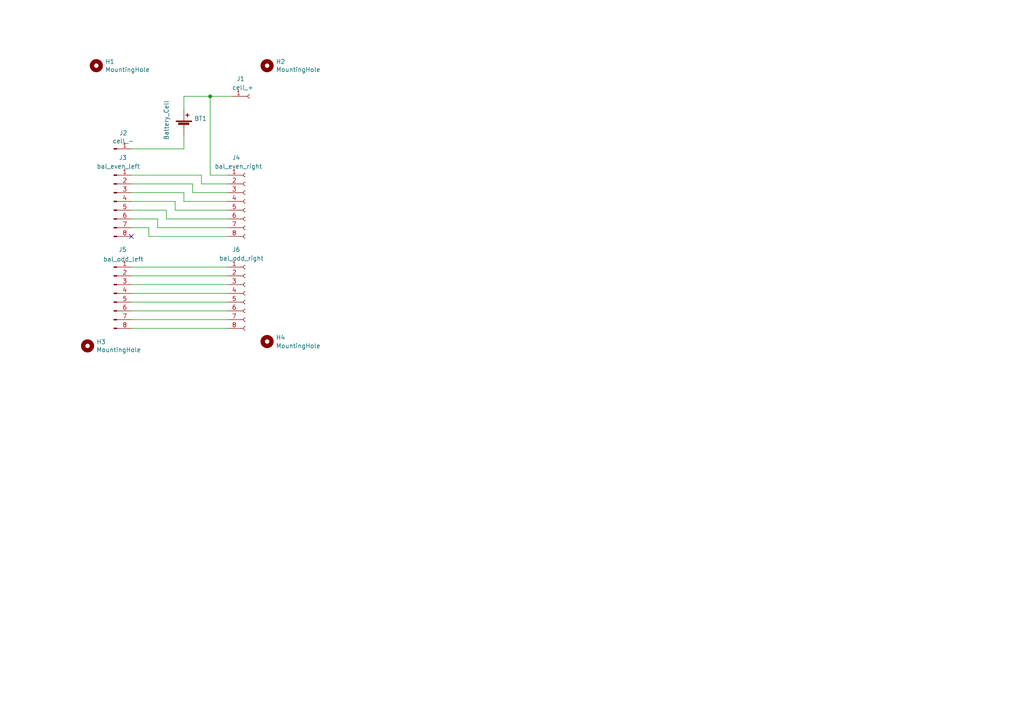
<source format=kicad_sch>
(kicad_sch (version 20230121) (generator eeschema)
  (paper "A4")
  (lib_symbols
    (symbol "Connector:Conn_01x01_Pin" (pin_names (offset 1.016) hide)
      (property "Reference" "J" (at 0 2.54 0))
      (property "Value" "Conn_01x01_Pin" (at 0 -2.54 0))
      (symbol "Conn_01x01_Pin_1_1"
        (polyline (pts (xy 1.27 0) (xy 0.8636 0)) (stroke (width 0.1524)))
        (rectangle (start 0.8636 0.127) (end 0 -0.127) (stroke (width 0.1524)) (fill (type outline)))
        (pin passive line (at 5.08 0 180) (length 3.81) (name "Pin_1") (number "1"))
      )
    )
    (symbol "Connector:Conn_01x01_Socket" (pin_names (offset 1.016) hide)
      (property "Reference" "J" (at 0 2.54 0))
      (property "Value" "Conn_01x01_Socket" (at 0 -2.54 0))
      (symbol "Conn_01x01_Socket_1_1"
        (polyline (pts (xy -1.27 0) (xy -0.508 0)) (stroke (width 0.1524)))
        (arc (start 0 0.508) (mid -0.5058 0) (end 0 -0.508) (stroke (width 0.1524)))
        (pin passive line (at -5.08 0 0) (length 3.81) (name "Pin_1") (number "1"))
      )
    )
    (symbol "Connector:Conn_01x08_Pin" (pin_names (offset 1.016) hide)
      (property "Reference" "J" (at 0 10.16 0))
      (property "Value" "Conn_01x08_Pin" (at 0 -12.7 0))
      (symbol "Conn_01x08_Pin_1_1"
        (polyline (pts (xy 1.27 -10.16) (xy 0.8636 -10.16)) (stroke (width 0.1524)))
        (polyline (pts (xy 1.27 -7.62) (xy 0.8636 -7.62)) (stroke (width 0.1524)))
        (polyline (pts (xy 1.27 -5.08) (xy 0.8636 -5.08)) (stroke (width 0.1524)))
        (polyline (pts (xy 1.27 -2.54) (xy 0.8636 -2.54)) (stroke (width 0.1524)))
        (polyline (pts (xy 1.27 0) (xy 0.8636 0)) (stroke (width 0.1524)))
        (polyline (pts (xy 1.27 2.54) (xy 0.8636 2.54)) (stroke (width 0.1524)))
        (polyline (pts (xy 1.27 5.08) (xy 0.8636 5.08)) (stroke (width 0.1524)))
        (polyline (pts (xy 1.27 7.62) (xy 0.8636 7.62)) (stroke (width 0.1524)))
        (rectangle (start 0.8636 -10.033) (end 0 -10.287) (stroke (width 0.1524)) (fill (type outline)))
        (rectangle (start 0.8636 -7.493) (end 0 -7.747) (stroke (width 0.1524)) (fill (type outline)))
        (rectangle (start 0.8636 -4.953) (end 0 -5.207) (stroke (width 0.1524)) (fill (type outline)))
        (rectangle (start 0.8636 -2.413) (end 0 -2.667) (stroke (width 0.1524)) (fill (type outline)))
        (rectangle (start 0.8636 0.127) (end 0 -0.127) (stroke (width 0.1524)) (fill (type outline)))
        (rectangle (start 0.8636 2.667) (end 0 2.413) (stroke (width 0.1524)) (fill (type outline)))
        (rectangle (start 0.8636 5.207) (end 0 4.953) (stroke (width 0.1524)) (fill (type outline)))
        (rectangle (start 0.8636 7.747) (end 0 7.493) (stroke (width 0.1524)) (fill (type outline)))
        (pin passive line (at 5.08 7.62 180) (length 3.81) (name "Pin_1") (number "1"))
        (pin passive line (at 5.08 5.08 180) (length 3.81) (name "Pin_2") (number "2"))
        (pin passive line (at 5.08 2.54 180) (length 3.81) (name "Pin_3") (number "3"))
        (pin passive line (at 5.08 0 180) (length 3.81) (name "Pin_4") (number "4"))
        (pin passive line (at 5.08 -2.54 180) (length 3.81) (name "Pin_5") (number "5"))
        (pin passive line (at 5.08 -5.08 180) (length 3.81) (name "Pin_6") (number "6"))
        (pin passive line (at 5.08 -7.62 180) (length 3.81) (name "Pin_7") (number "7"))
        (pin passive line (at 5.08 -10.16 180) (length 3.81) (name "Pin_8") (number "8"))
      )
    )
    (symbol "Connector:Conn_01x08_Socket" (pin_names (offset 1.016) hide)
      (property "Reference" "J" (at 0 10.16 0))
      (property "Value" "Conn_01x08_Socket" (at 0 -12.7 0))
      (symbol "Conn_01x08_Socket_1_1"
        (arc (start 0 -9.652) (mid -0.5058 -10.16) (end 0 -10.668) (stroke (width 0.1524)))
        (arc (start 0 -7.112) (mid -0.5058 -7.62) (end 0 -8.128) (stroke (width 0.1524)))
        (arc (start 0 -4.572) (mid -0.5058 -5.08) (end 0 -5.588) (stroke (width 0.1524)))
        (arc (start 0 -2.032) (mid -0.5058 -2.54) (end 0 -3.048) (stroke (width 0.1524)))
        (polyline (pts (xy -1.27 -10.16) (xy -0.508 -10.16)) (stroke (width 0.1524)))
        (polyline (pts (xy -1.27 -7.62) (xy -0.508 -7.62)) (stroke (width 0.1524)))
        (polyline (pts (xy -1.27 -5.08) (xy -0.508 -5.08)) (stroke (width 0.1524)))
        (polyline (pts (xy -1.27 -2.54) (xy -0.508 -2.54)) (stroke (width 0.1524)))
        (polyline (pts (xy -1.27 0) (xy -0.508 0)) (stroke (width 0.1524)))
        (polyline (pts (xy -1.27 2.54) (xy -0.508 2.54)) (stroke (width 0.1524)))
        (polyline (pts (xy -1.27 5.08) (xy -0.508 5.08)) (stroke (width 0.1524)))
        (polyline (pts (xy -1.27 7.62) (xy -0.508 7.62)) (stroke (width 0.1524)))
        (arc (start 0 0.508) (mid -0.5058 0) (end 0 -0.508) (stroke (width 0.1524)))
        (arc (start 0 3.048) (mid -0.5058 2.54) (end 0 2.032) (stroke (width 0.1524)))
        (arc (start 0 5.588) (mid -0.5058 5.08) (end 0 4.572) (stroke (width 0.1524)))
        (arc (start 0 8.128) (mid -0.5058 7.62) (end 0 7.112) (stroke (width 0.1524)))
        (pin passive line (at -5.08 7.62 0) (length 3.81) (name "Pin_1") (number "1"))
        (pin passive line (at -5.08 5.08 0) (length 3.81) (name "Pin_2") (number "2"))
        (pin passive line (at -5.08 2.54 0) (length 3.81) (name "Pin_3") (number "3"))
        (pin passive line (at -5.08 0 0) (length 3.81) (name "Pin_4") (number "4"))
        (pin passive line (at -5.08 -2.54 0) (length 3.81) (name "Pin_5") (number "5"))
        (pin passive line (at -5.08 -5.08 0) (length 3.81) (name "Pin_6") (number "6"))
        (pin passive line (at -5.08 -7.62 0) (length 3.81) (name "Pin_7") (number "7"))
        (pin passive line (at -5.08 -10.16 0) (length 3.81) (name "Pin_8") (number "8"))
      )
    )
    (symbol "Device:Battery_Cell" (pin_numbers hide) (pin_names (offset 0) hide)
      (property "Reference" "BT" (at 2.54 2.54 0))
      (property "Value" "Battery_Cell" (at 2.54 0 0))
      (symbol "Battery_Cell_0_1"
        (rectangle (start -2.286 1.778) (end 2.286 1.524) (fill (type outline)))
        (rectangle (start -1.5748 1.1938) (end 1.4732 0.6858) (fill (type outline)))
        (polyline (pts (xy 0 0.762) (xy 0 0)))
        (polyline (pts (xy 0 1.778) (xy 0 2.54)))
        (polyline (pts (xy 0.508 3.429) (xy 1.524 3.429)) (stroke (width 0.254)))
        (polyline (pts (xy 1.016 3.937) (xy 1.016 2.921)) (stroke (width 0.254)))
      )
      (symbol "Battery_Cell_1_1"
        (pin passive line (at 0 5.08 270) (length 2.54) (name "+") (number "1"))
        (pin passive line (at 0 -2.54 90) (length 2.54) (name "-") (number "2"))
      )
    )
    (symbol "Mechanical:MountingHole" (pin_names (offset 1.016))
      (property "Reference" "H" (at 0 5.08 0))
      (property "Value" "MountingHole" (at 0 3.175 0))
      (symbol "MountingHole_0_1"
        (circle (center 0 0) (radius 1.27) (stroke (width 1.27)))
      )
    )
  )
  (junction (at 60.96 27.94))
  (no_connect (at 38.1 68.58))
  (wire (pts (xy 38.1 55.88) (xy 53.34 55.88)))
  (wire (pts (xy 48.26 63.5) (xy 66.04 63.5)))
  (wire (pts (xy 43.18 68.58) (xy 66.04 68.58)))
  (wire (pts (xy 53.34 55.88) (xy 53.34 58.42)))
  (wire (pts (xy 53.34 58.42) (xy 66.04 58.42)))
  (wire (pts (xy 38.1 85.09) (xy 66.04 85.09)))
  (wire (pts (xy 38.1 92.71) (xy 66.04 92.71)))
  (wire (pts (xy 48.26 60.96) (xy 48.26 63.5)))
  (wire (pts (xy 38.1 90.17) (xy 66.04 90.17)))
  (wire (pts (xy 38.1 82.55) (xy 66.04 82.55)))
  (wire (pts (xy 38.1 66.04) (xy 43.18 66.04)))
  (wire (pts (xy 58.42 50.8) (xy 58.42 53.34)))
  (wire (pts (xy 38.1 53.34) (xy 55.88 53.34)))
  (wire (pts (xy 66.04 50.8) (xy 60.96 50.8)))
  (wire (pts (xy 45.72 66.04) (xy 66.04 66.04)))
  (wire (pts (xy 38.1 95.25) (xy 66.04 95.25)))
  (wire (pts (xy 55.88 55.88) (xy 66.04 55.88)))
  (wire (pts (xy 55.88 53.34) (xy 55.88 55.88)))
  (wire (pts (xy 50.8 60.96) (xy 66.04 60.96)))
  (wire (pts (xy 38.1 87.63) (xy 66.04 87.63)))
  (wire (pts (xy 38.1 43.18) (xy 53.34 43.18)))
  (wire (pts (xy 50.8 58.42) (xy 50.8 60.96)))
  (wire (pts (xy 53.34 27.94) (xy 60.96 27.94)))
  (wire (pts (xy 60.96 50.8) (xy 60.96 27.94)))
  (wire (pts (xy 38.1 60.96) (xy 48.26 60.96)))
  (wire (pts (xy 53.34 31.75) (xy 53.34 27.94)))
  (wire (pts (xy 38.1 58.42) (xy 50.8 58.42)))
  (wire (pts (xy 43.18 66.04) (xy 43.18 68.58)))
  (wire (pts (xy 38.1 63.5) (xy 45.72 63.5)))
  (wire (pts (xy 66.04 77.47) (xy 38.1 77.47)))
  (wire (pts (xy 58.42 53.34) (xy 66.04 53.34)))
  (wire (pts (xy 38.1 80.01) (xy 66.04 80.01)))
  (wire (pts (xy 45.72 63.5) (xy 45.72 66.04)))
  (wire (pts (xy 53.34 43.18) (xy 53.34 39.37)))
  (wire (pts (xy 38.1 50.8) (xy 58.42 50.8)))
  (wire (pts (xy 60.96 27.94) (xy 67.31 27.94)))
  (symbol (lib_id "Device:Battery_Cell") (at 53.34 36.83 0) (unit 1)
    (property "Reference" "BT1" (at 56.3372 34.3916 0) (effects (justify left)))
    (property "Value" "Battery_Cell" (at 48.26 40.64 90) (effects (justify left)))
    (property "Footprint" "telec:Cell_18650" (effects hide))
  )
  (symbol (lib_id "Connector:Conn_01x08_Socket") (at 71.12 58.42 0) (unit 1)
    (property "Reference" "J4" (at 67.31 45.72 0) (effects (justify left)))
    (property "Value" "bal_even_right" (at 62.23 48.26 0) (effects (justify left)))
    (property "Footprint" "telec:Castellated_1x08_P2.54mm" (effects hide))
  )
  (symbol (lib_id "Connector:Conn_01x08_Pin") (at 33.02 58.42 0) (unit 1)
    (property "Reference" "J3" (at 36.83 45.72 0) (effects (justify right)))
    (property "Value" "bal_even_left" (at 40.64 48.26 0) (effects (justify right)))
    (property "Footprint" "telec:Castellated_1x08_P2.54mm" (effects hide))
  )
  (symbol (lib_id "Connector:Conn_01x08_Socket") (at 71.12 85.09 0) (unit 1)
    (property "Reference" "J6" (at 67.31 72.39 0) (effects (justify left)))
    (property "Value" "bal_odd_right" (at 63.5 74.93 0) (effects (justify left)))
    (property "Footprint" "telec:Castellated_1x08_P2.54mm" (effects hide))
  )
  (symbol (lib_id "Connector:Conn_01x08_Pin") (at 33.02 85.09 0) (unit 1)
    (property "Reference" "J5" (at 35.56 72.39 0))
    (property "Value" "bal_odd_left" (at 35.7632 75.184 0))
    (property "Footprint" "telec:Castellated_1x08_P2.54mm" (effects hide))
  )
  (symbol (lib_id "Connector:Conn_01x01_Socket") (at 72.39 27.94 0) (unit 1)
    (property "Reference" "J1" (at 68.58 22.86 0) (effects (justify left)))
    (property "Value" "cell_+" (at 67.31 25.4 0) (effects (justify left)))
    (property "Footprint" "telec:Castellated_1x01_P5.08mm" (effects hide))
  )
  (symbol (lib_id "Connector:Conn_01x01_Pin") (at 33.02 43.18 0) (unit 1)
    (property "Reference" "J2" (at 35.7632 38.5826 0))
    (property "Value" "cell_-" (at 35.7632 40.894 0))
    (property "Footprint" "telec:Castellated_1x01_P5.08mm" (effects hide))
  )
  (symbol (lib_id "Mechanical:MountingHole") (at 27.94 19.05 0) (unit 1)
    (property "Reference" "H1" (at 30.48 17.8816 0) (effects (justify left)))
    (property "Value" "MountingHole" (at 30.48 20.193 0) (effects (justify left)))
    (property "Footprint" "MountingHole:MountingHole_2mm" (effects hide))
  )
  (symbol (lib_id "Mechanical:MountingHole") (at 77.47 19.05 0) (unit 1)
    (property "Reference" "H2" (at 80.01 17.8816 0) (effects (justify left)))
    (property "Value" "MountingHole" (at 80.01 20.193 0) (effects (justify left)))
    (property "Footprint" "MountingHole:MountingHole_2mm" (effects hide))
  )
  (symbol (lib_id "Mechanical:MountingHole") (at 25.4 100.33 0) (unit 1)
    (property "Reference" "H3" (at 27.94 99.1616 0) (effects (justify left)))
    (property "Value" "MountingHole" (at 27.94 101.473 0) (effects (justify left)))
    (property "Footprint" "MountingHole:MountingHole_2mm" (effects hide))
  )
  (symbol (lib_id "Mechanical:MountingHole") (at 77.47 99.06 0) (unit 1)
    (property "Reference" "H4" (at 80.01 97.8916 0) (effects (justify left)))
    (property "Value" "MountingHole" (at 80.01 100.33 0) (effects (justify left)))
    (property "Footprint" "MountingHole:MountingHole_2mm" (effects hide))
  )
)
</source>
